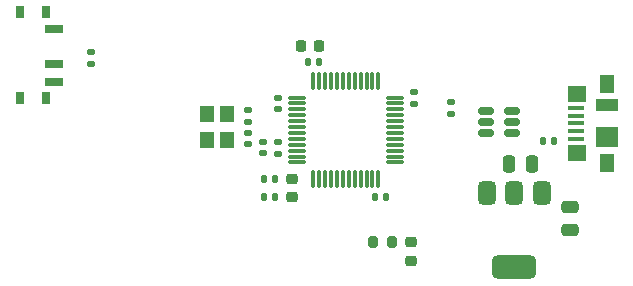
<source format=gbr>
%TF.GenerationSoftware,KiCad,Pcbnew,8.0.5*%
%TF.CreationDate,2024-11-08T16:32:20+02:00*%
%TF.ProjectId,FirstTrace,46697273-7454-4726-9163-652e6b696361,1.0*%
%TF.SameCoordinates,Original*%
%TF.FileFunction,Paste,Top*%
%TF.FilePolarity,Positive*%
%FSLAX46Y46*%
G04 Gerber Fmt 4.6, Leading zero omitted, Abs format (unit mm)*
G04 Created by KiCad (PCBNEW 8.0.5) date 2024-11-08 16:32:20*
%MOMM*%
%LPD*%
G01*
G04 APERTURE LIST*
G04 Aperture macros list*
%AMRoundRect*
0 Rectangle with rounded corners*
0 $1 Rounding radius*
0 $2 $3 $4 $5 $6 $7 $8 $9 X,Y pos of 4 corners*
0 Add a 4 corners polygon primitive as box body*
4,1,4,$2,$3,$4,$5,$6,$7,$8,$9,$2,$3,0*
0 Add four circle primitives for the rounded corners*
1,1,$1+$1,$2,$3*
1,1,$1+$1,$4,$5*
1,1,$1+$1,$6,$7*
1,1,$1+$1,$8,$9*
0 Add four rect primitives between the rounded corners*
20,1,$1+$1,$2,$3,$4,$5,0*
20,1,$1+$1,$4,$5,$6,$7,0*
20,1,$1+$1,$6,$7,$8,$9,0*
20,1,$1+$1,$8,$9,$2,$3,0*%
G04 Aperture macros list end*
%ADD10RoundRect,0.140000X-0.170000X0.140000X-0.170000X-0.140000X0.170000X-0.140000X0.170000X0.140000X0*%
%ADD11R,0.800000X1.000000*%
%ADD12R,1.500000X0.700000*%
%ADD13RoundRect,0.375000X-0.375000X0.625000X-0.375000X-0.625000X0.375000X-0.625000X0.375000X0.625000X0*%
%ADD14RoundRect,0.500000X-1.400000X0.500000X-1.400000X-0.500000X1.400000X-0.500000X1.400000X0.500000X0*%
%ADD15R,1.200000X1.400000*%
%ADD16RoundRect,0.250000X0.475000X-0.250000X0.475000X0.250000X-0.475000X0.250000X-0.475000X-0.250000X0*%
%ADD17RoundRect,0.135000X-0.185000X0.135000X-0.185000X-0.135000X0.185000X-0.135000X0.185000X0.135000X0*%
%ADD18RoundRect,0.218750X-0.256250X0.218750X-0.256250X-0.218750X0.256250X-0.218750X0.256250X0.218750X0*%
%ADD19RoundRect,0.200000X0.200000X0.275000X-0.200000X0.275000X-0.200000X-0.275000X0.200000X-0.275000X0*%
%ADD20RoundRect,0.140000X0.140000X0.170000X-0.140000X0.170000X-0.140000X-0.170000X0.140000X-0.170000X0*%
%ADD21R,1.380000X0.450000*%
%ADD22R,1.300000X1.650000*%
%ADD23R,1.550000X1.425000*%
%ADD24R,1.900000X1.800000*%
%ADD25R,1.900000X1.000000*%
%ADD26RoundRect,0.075000X-0.662500X-0.075000X0.662500X-0.075000X0.662500X0.075000X-0.662500X0.075000X0*%
%ADD27RoundRect,0.075000X-0.075000X-0.662500X0.075000X-0.662500X0.075000X0.662500X-0.075000X0.662500X0*%
%ADD28RoundRect,0.140000X0.170000X-0.140000X0.170000X0.140000X-0.170000X0.140000X-0.170000X-0.140000X0*%
%ADD29RoundRect,0.140000X-0.140000X-0.170000X0.140000X-0.170000X0.140000X0.170000X-0.140000X0.170000X0*%
%ADD30RoundRect,0.225000X-0.225000X-0.250000X0.225000X-0.250000X0.225000X0.250000X-0.225000X0.250000X0*%
%ADD31RoundRect,0.135000X0.185000X-0.135000X0.185000X0.135000X-0.185000X0.135000X-0.185000X-0.135000X0*%
%ADD32RoundRect,0.250000X-0.250000X-0.475000X0.250000X-0.475000X0.250000X0.475000X-0.250000X0.475000X0*%
%ADD33RoundRect,0.150000X0.512500X0.150000X-0.512500X0.150000X-0.512500X-0.150000X0.512500X-0.150000X0*%
%ADD34RoundRect,0.147500X0.147500X0.172500X-0.147500X0.172500X-0.147500X-0.172500X0.147500X-0.172500X0*%
G04 APERTURE END LIST*
D10*
%TO.C,C1*%
X156580000Y-96840000D03*
X156580000Y-97800000D03*
%TD*%
D11*
%TO.C,SW1*%
X136965000Y-89580000D03*
X134755000Y-89580000D03*
X136965000Y-96880000D03*
X134755000Y-96880000D03*
D12*
X137615000Y-90980000D03*
X137615000Y-93980000D03*
X137615000Y-95480000D03*
%TD*%
D13*
%TO.C,U3*%
X178930000Y-104890000D03*
X176630000Y-104890000D03*
D14*
X176630000Y-111190000D03*
D13*
X174330000Y-104890000D03*
%TD*%
D15*
%TO.C,Y1*%
X150600000Y-98210000D03*
X150600000Y-100410000D03*
X152300000Y-100410000D03*
X152300000Y-98210000D03*
%TD*%
D16*
%TO.C,C13*%
X181350000Y-108000000D03*
X181350000Y-106100000D03*
%TD*%
D17*
%TO.C,R2*%
X171260000Y-97200000D03*
X171260000Y-98220000D03*
%TD*%
D18*
%TO.C,FB1*%
X157790000Y-103672500D03*
X157790000Y-105247500D03*
%TD*%
D19*
%TO.C,R3*%
X166300000Y-109030000D03*
X164650000Y-109030000D03*
%TD*%
D20*
%TO.C,C10*%
X156400000Y-103670000D03*
X155440000Y-103670000D03*
%TD*%
D18*
%TO.C,D1*%
X167870000Y-109050000D03*
X167870000Y-110625000D03*
%TD*%
D21*
%TO.C,J1*%
X181805000Y-100302500D03*
X181805000Y-99652500D03*
X181805000Y-99002500D03*
X181805000Y-98352500D03*
X181805000Y-97702500D03*
D22*
X184465000Y-102377500D03*
D23*
X181890000Y-101490000D03*
D24*
X184465000Y-100152500D03*
D25*
X184465000Y-97452500D03*
D23*
X181890000Y-96515000D03*
D22*
X184465000Y-95627500D03*
%TD*%
D26*
%TO.C,U1*%
X158197500Y-96810000D03*
X158197500Y-97310000D03*
X158197500Y-97810000D03*
X158197500Y-98310000D03*
X158197500Y-98810000D03*
X158197500Y-99310000D03*
X158197500Y-99810000D03*
X158197500Y-100310000D03*
X158197500Y-100810000D03*
X158197500Y-101310000D03*
X158197500Y-101810000D03*
X158197500Y-102310000D03*
D27*
X159610000Y-103722500D03*
X160110000Y-103722500D03*
X160610000Y-103722500D03*
X161110000Y-103722500D03*
X161610000Y-103722500D03*
X162110000Y-103722500D03*
X162610000Y-103722500D03*
X163110000Y-103722500D03*
X163610000Y-103722500D03*
X164110000Y-103722500D03*
X164610000Y-103722500D03*
X165110000Y-103722500D03*
D26*
X166522500Y-102310000D03*
X166522500Y-101810000D03*
X166522500Y-101310000D03*
X166522500Y-100810000D03*
X166522500Y-100310000D03*
X166522500Y-99810000D03*
X166522500Y-99310000D03*
X166522500Y-98810000D03*
X166522500Y-98310000D03*
X166522500Y-97810000D03*
X166522500Y-97310000D03*
X166522500Y-96810000D03*
D27*
X165110000Y-95397500D03*
X164610000Y-95397500D03*
X164110000Y-95397500D03*
X163610000Y-95397500D03*
X163110000Y-95397500D03*
X162610000Y-95397500D03*
X162110000Y-95397500D03*
X161610000Y-95397500D03*
X161110000Y-95397500D03*
X160610000Y-95397500D03*
X160110000Y-95397500D03*
X159610000Y-95397500D03*
%TD*%
D20*
%TO.C,C11*%
X156400000Y-105240000D03*
X155440000Y-105240000D03*
%TD*%
D28*
%TO.C,C7*%
X154080000Y-98850000D03*
X154080000Y-97890000D03*
%TD*%
D10*
%TO.C,C3*%
X168120000Y-96370000D03*
X168120000Y-97330000D03*
%TD*%
D29*
%TO.C,C4*%
X159160000Y-93800000D03*
X160120000Y-93800000D03*
%TD*%
D30*
%TO.C,C5*%
X158560000Y-92430000D03*
X160110000Y-92430000D03*
%TD*%
D10*
%TO.C,C8*%
X154110000Y-99800000D03*
X154110000Y-100760000D03*
%TD*%
D31*
%TO.C,R1*%
X140770000Y-93980000D03*
X140770000Y-92960000D03*
%TD*%
D28*
%TO.C,C9*%
X156610000Y-101560000D03*
X156610000Y-100600000D03*
%TD*%
D32*
%TO.C,C12*%
X176190000Y-102410000D03*
X178090000Y-102410000D03*
%TD*%
D10*
%TO.C,C6*%
X155380000Y-100580000D03*
X155380000Y-101540000D03*
%TD*%
D33*
%TO.C,U2*%
X176467500Y-99852500D03*
X176467500Y-98902500D03*
X176467500Y-97952500D03*
X174192500Y-97952500D03*
X174192500Y-98902500D03*
X174192500Y-99852500D03*
%TD*%
D34*
%TO.C,F1*%
X180010000Y-100490000D03*
X179040000Y-100490000D03*
%TD*%
D20*
%TO.C,C2*%
X165800000Y-105260000D03*
X164840000Y-105260000D03*
%TD*%
M02*

</source>
